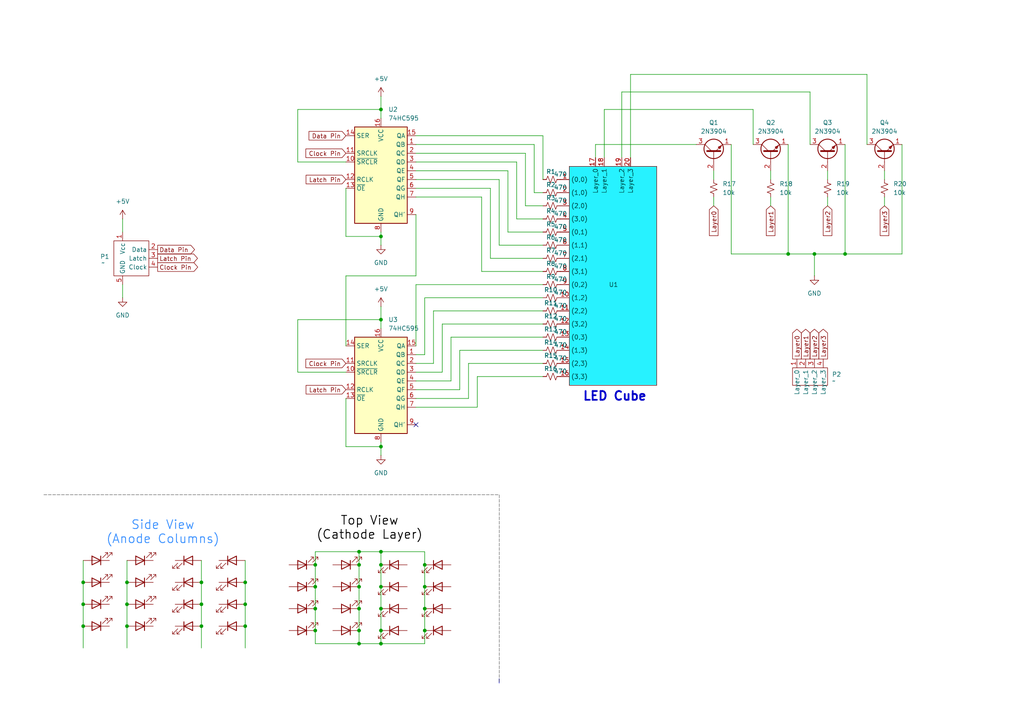
<source format=kicad_sch>
(kicad_sch (version 20250114) (generator "eeschema") (generator_version "9.0")
  (paper "A4")
  (lib_symbols
    (symbol "74xx:74HC595"
      (property "Reference" "U" (at -7.62 13.97 0))
      (property "Value" "74HC595" (at -7.62 -16.51 0))
      (symbol "74HC595_1_0"
        (pin input line (at -10.16 10.16 0) (length 2.54) (name "SER") (number "14"))
        (pin input line (at -10.16 5.08 0) (length 2.54) (name "SRCLK") (number "11"))
        (pin input line (at -10.16 2.54 0) (length 2.54) (name "~{SRCLR}") (number "10"))
        (pin input line (at -10.16 -2.54 0) (length 2.54) (name "RCLK") (number "12"))
        (pin input line (at -10.16 -5.08 0) (length 2.54) (name "~{OE}") (number "13"))
        (pin power_in line (at 0 15.24 270) (length 2.54) (name "VCC") (number "16"))
        (pin power_in line (at 0 -17.78 90) (length 2.54) (name "GND") (number "8"))
        (pin tri_state line (at 10.16 10.16 180) (length 2.54) (name "QA") (number "15"))
        (pin tri_state line (at 10.16 7.62 180) (length 2.54) (name "QB") (number "1"))
        (pin tri_state line (at 10.16 5.08 180) (length 2.54) (name "QC") (number "2"))
        (pin tri_state line (at 10.16 2.54 180) (length 2.54) (name "QD") (number "3"))
        (pin tri_state line (at 10.16 0 180) (length 2.54) (name "QE") (number "4"))
        (pin tri_state line (at 10.16 -2.54 180) (length 2.54) (name "QF") (number "5"))
        (pin tri_state line (at 10.16 -5.08 180) (length 2.54) (name "QG") (number "6"))
        (pin tri_state line (at 10.16 -7.62 180) (length 2.54) (name "QH") (number "7"))
        (pin output line (at 10.16 -12.7 180) (length 2.54) (name "QH'") (number "9"))
      )
      (symbol "74HC595_1_1"
        (rectangle (start -7.62 12.7) (end 7.62 -15.24) (stroke (width 0.254)) (fill (type background)))
      )
    )
    (symbol "Device:LED" (pin_numbers (hide yes)) (pin_names (offset 1.016) (hide yes))
      (property "Reference" "D" (at 0 2.54 0))
      (property "Value" "LED" (at 0 -2.54 0))
      (symbol "LED_0_1"
        (polyline (pts (xy -3.048 -0.762) (xy -4.572 -2.286) (xy -3.81 -2.286) (xy -4.572 -2.286) (xy -4.572 -1.524)))
        (polyline (pts (xy -1.778 -0.762) (xy -3.302 -2.286) (xy -2.54 -2.286) (xy -3.302 -2.286) (xy -3.302 -1.524)))
        (polyline (pts (xy -1.27 0) (xy 1.27 0)))
        (polyline (pts (xy -1.27 -1.27) (xy -1.27 1.27)) (stroke (width 0.254)))
        (polyline (pts (xy 1.27 -1.27) (xy 1.27 1.27) (xy -1.27 0) (xy 1.27 -1.27)) (stroke (width 0.254)))
      )
      (symbol "LED_1_1"
        (pin passive line (at -3.81 0 0) (length 2.54) (name "K") (number "1"))
        (pin passive line (at 3.81 0 180) (length 2.54) (name "A") (number "2"))
      )
    )
    (symbol "Device:R_Small_US" (pin_numbers (hide yes)) (pin_names (offset 0.254) (hide yes))
      (property "Reference" "R" (at 0.762 0.508 0))
      (property "Value" "R_Small_US" (at 0.762 -1.016 0))
      (symbol "R_Small_US_1_1"
        (polyline (pts (xy 0 1.524) (xy 1.016 1.143) (xy 0 0.762) (xy -1.016 0.381) (xy 0 0)))
        (polyline (pts (xy 0 0) (xy 1.016 -0.381) (xy 0 -0.762) (xy -1.016 -1.143) (xy 0 -1.524)))
        (pin passive line (at 0 2.54 270) (length 1.016) (name "~") (number "1"))
        (pin passive line (at 0 -2.54 90) (length 1.016) (name "~") (number "2"))
      )
    )
    (symbol "LED Cube:LED_Cube"
      (property "Reference" "U1" (at 1.524 0 0))
      (property "Value" "~" (at -13.97 1.27 0))
      (symbol "LED_Cube_1_1"
        (rectangle (start -12.7 34.29) (end 12.7 -29.21) (fill (type color) (color 39 242 255 1)))
        (pin input line (at -15.24 30.48 0) (length 2.54) (name "(0,0)") (number "1"))
        (pin input line (at -15.24 26.67 0) (length 2.54) (name "(1,0)") (number "2"))
        (pin input line (at -15.24 22.86 0) (length 2.54) (name "(2,0)") (number "3"))
        (pin input line (at -15.24 19.05 0) (length 2.54) (name "(3,0)") (number "4"))
        (pin input line (at -15.24 15.24 0) (length 2.54) (name "(0,1)") (number "5"))
        (pin input line (at -15.24 11.43 0) (length 2.54) (name "(1,1)") (number "6"))
        (pin input line (at -15.24 7.62 0) (length 2.54) (name "(2,1)") (number "7"))
        (pin input line (at -15.24 3.81 0) (length 2.54) (name "(3,1)") (number "8"))
        (pin input line (at -15.24 0 0) (length 2.54) (name "(0,2)") (number "9"))
        (pin input line (at -15.24 -3.81 0) (length 2.54) (name "(1,2)") (number "10"))
        (pin input line (at -15.24 -7.62 0) (length 2.54) (name "(2,2)") (number "11"))
        (pin input line (at -15.24 -11.43 0) (length 2.54) (name "(3,2)") (number "12"))
        (pin input line (at -15.24 -15.24 0) (length 2.54) (name "(0,3)") (number "13"))
        (pin input line (at -15.24 -19.05 0) (length 2.54) (name "(1,3)") (number "14"))
        (pin input line (at -15.24 -22.86 0) (length 2.54) (name "(2,3)") (number "15"))
        (pin input line (at -15.24 -26.67 0) (length 2.54) (name "(3,3)") (number "16"))
        (pin output line (at -5.08 36.83 270) (length 2.54) (name "Layer_0") (number "17"))
        (pin output line (at -2.54 36.83 270) (length 2.54) (name "Layer_1") (number "18"))
        (pin output line (at 2.54 36.83 270) (length 2.54) (name "Layer_2") (number "19"))
        (pin output line (at 5.08 36.83 270) (length 2.54) (name "Layer_3") (number "20"))
      )
    )
    (symbol "LED Cube:Layer_Pin_Connections"
      (property "Reference" "P" (at 0 0 0))
      (symbol "Layer_Pin_Connections_0_1"
        (rectangle (start -5.08 2.54) (end 5.08 -2.54))
      )
      (symbol "Layer_Pin_Connections_1_1"
        (pin output line (at -3.81 5.08 270) (length 2.54) (name "Layer_0") (number "1"))
        (pin output line (at -1.27 5.08 270) (length 2.54) (name "Layer_1") (number "2"))
        (pin output line (at 1.27 5.08 270) (length 2.54) (name "Layer_2") (number "3"))
        (pin output line (at 3.81 5.08 270) (length 2.54) (name "Layer_3") (number "4"))
      )
    )
    (symbol "LED Cube:Pin_Connections"
      (property "Reference" "P1" (at -6.35 0.508 0))
      (property "Value" "~" (at -7.62 -1.27 0))
      (symbol "Pin_Connections_0_1"
        (rectangle (start -5.08 5.08) (end 5.08 -5.08))
      )
      (symbol "Pin_Connections_1_1"
        (pin power_out line (at -2.54 7.62 270) (length 2.54) (name "Vcc") (number "1"))
        (pin power_out line (at -2.54 -7.62 90) (length 2.54) (name "GND") (number "5"))
        (pin input line (at 7.62 2.54 180) (length 2.54) (name "Data") (number "2"))
        (pin input line (at 7.62 0 180) (length 2.54) (name "Latch") (number "3"))
        (pin input line (at 7.62 -2.54 180) (length 2.54) (name "Clock") (number "4"))
      )
    )
    (symbol "Transistor_BJT:2N3904" (pin_names (offset 0) (hide yes))
      (property "Reference" "Q" (at 5.08 1.905 0))
      (property "Value" "2N3904" (at 5.08 0 0))
      (symbol "2N3904_0_1"
        (polyline (pts (xy -2.54 0) (xy 0.635 0)))
        (polyline (pts (xy 0.635 1.905) (xy 0.635 -1.905)) (stroke (width 0.508)))
        (circle (center 1.27 0) (radius 2.8194) (stroke (width 0.254)))
      )
      (symbol "2N3904_1_1"
        (polyline (pts (xy 0.635 0.635) (xy 2.54 2.54)))
        (polyline (pts (xy 0.635 -0.635) (xy 2.54 -2.54)))
        (polyline (pts (xy 1.27 -1.778) (xy 1.778 -1.27) (xy 2.286 -2.286) (xy 1.27 -1.778)) (fill (type outline)))
        (pin input line (at -5.08 0 0) (length 2.54) (name "B") (number "2"))
        (pin passive line (at 2.54 5.08 270) (length 2.54) (name "C") (number "3"))
        (pin passive line (at 2.54 -5.08 90) (length 2.54) (name "E") (number "1"))
      )
    )
    (symbol "power:+5V" (power) (pin_numbers (hide yes)) (pin_names (offset 0) (hide yes))
      (property "Value" "+5V" (at 0 3.556 0))
      (symbol "+5V_0_1"
        (polyline (pts (xy -0.762 1.27) (xy 0 2.54)))
        (polyline (pts (xy 0 2.54) (xy 0.762 1.27)))
        (polyline (pts (xy 0 0) (xy 0 2.54)))
      )
      (symbol "+5V_1_1"
        (pin power_in line (at 0 0 90) (length 0) (name "~") (number "1"))
      )
    )
    (symbol "power:GND" (power) (pin_numbers (hide yes)) (pin_names (offset 0) (hide yes))
      (property "Value" "GND" (at 0 -3.81 0))
      (symbol "GND_0_1"
        (polyline (pts (xy 0 0) (xy 0 -1.27) (xy 1.27 -1.27) (xy 0 -2.54) (xy -1.27 -1.27) (xy 0 -1.27)))
      )
      (symbol "GND_1_1"
        (pin power_in line (at 0 0 270) (length 0) (name "~") (number "1"))
      )
    )
  )
  (text "Top View\n(Cathode Layer)" (at 107.188 153.162 0) (effects (font (size 2.54 2.54) (thickness 0.254) (bold yes))))
  (text "Side View\n(Anode Columns)\n" (at 47.244 154.432 0) (effects (font (size 2.54 2.54) (thickness 0.254) (bold yes))))
  (text "LED Cube" (at 178.308 115.062 0) (effects (font (size 2.54 2.54) (thickness 0.508) (bold yes))))
  (junction (at 104.14 170.18))
  (junction (at 91.44 163.83))
  (junction (at 71.12 168.91))
  (junction (at 110.49 129.54))
  (junction (at 36.83 168.91))
  (junction (at 228.6 73.66))
  (junction (at 110.49 31.75))
  (junction (at 236.22 73.66))
  (junction (at 123.19 182.88))
  (junction (at 91.44 176.53))
  (junction (at 110.49 163.83))
  (junction (at 71.12 175.26))
  (junction (at 91.44 170.18))
  (junction (at 104.14 186.69))
  (junction (at 123.19 163.83))
  (junction (at 104.14 160.02))
  (junction (at 91.44 182.88))
  (junction (at 36.83 175.26))
  (junction (at 58.42 181.61))
  (junction (at 58.42 168.91))
  (junction (at 24.13 168.91))
  (junction (at 110.49 68.58))
  (junction (at 71.12 181.61))
  (junction (at 110.49 170.18))
  (junction (at 24.13 175.26))
  (junction (at 110.49 186.69))
  (junction (at 104.14 182.88))
  (junction (at 58.42 175.26))
  (junction (at 110.49 92.71))
  (junction (at 104.14 176.53))
  (junction (at 104.14 163.83))
  (junction (at 110.49 160.02))
  (junction (at 36.83 181.61))
  (junction (at 245.11 73.66))
  (junction (at 110.49 182.88))
  (junction (at 24.13 181.61))
  (junction (at 123.19 176.53))
  (junction (at 110.49 176.53))
  (junction (at 123.19 170.18))
  (no_connect (at 120.65 123.19))
  (wire (pts (xy 123.19 102.87) (xy 123.19 86.36)))
  (wire (pts (xy 120.65 100.33) (xy 120.65 82.55)))
  (wire (pts (xy 35.56 86.36) (xy 35.56 82.55)))
  (wire (pts (xy 104.14 170.18) (xy 104.14 176.53)))
  (wire (pts (xy 120.65 80.01) (xy 100.33 80.01)))
  (wire (pts (xy 123.19 86.36) (xy 157.48 86.36)))
  (wire (pts (xy 91.44 160.02) (xy 91.44 163.83)))
  (wire (pts (xy 110.49 182.88) (xy 110.49 176.53)))
  (wire (pts (xy 120.65 105.41) (xy 125.73 105.41)))
  (wire (pts (xy 142.24 54.61) (xy 142.24 74.93)))
  (wire (pts (xy 58.42 181.61) (xy 58.42 187.96)))
  (wire (pts (xy 91.44 163.83) (xy 91.44 170.18)))
  (wire (pts (xy 110.49 170.18) (xy 110.49 163.83)))
  (wire (pts (xy 138.43 118.11) (xy 138.43 109.22)))
  (wire (pts (xy 207.01 59.69) (xy 207.01 57.15)))
  (wire (pts (xy 256.54 52.07) (xy 256.54 49.53)))
  (wire (pts (xy 218.44 31.75) (xy 218.44 41.91)))
  (wire (pts (xy 120.65 49.53) (xy 147.32 49.53)))
  (wire (pts (xy 110.49 160.02) (xy 123.19 160.02)))
  (wire (pts (xy 120.65 62.23) (xy 120.65 80.01)))
  (wire (pts (xy 120.65 44.45) (xy 152.4 44.45)))
  (wire (pts (xy 120.65 115.57) (xy 135.89 115.57)))
  (wire (pts (xy 223.52 59.69) (xy 223.52 57.15)))
  (wire (pts (xy 86.36 31.75) (xy 110.49 31.75)))
  (wire (pts (xy 172.72 41.91) (xy 201.93 41.91)))
  (wire (pts (xy 212.09 41.91) (xy 212.09 73.66)))
  (wire (pts (xy 123.19 170.18) (xy 123.19 163.83)))
  (wire (pts (xy 120.65 102.87) (xy 123.19 102.87)))
  (wire (pts (xy 236.22 80.01) (xy 236.22 73.66)))
  (wire (pts (xy 245.11 73.66) (xy 236.22 73.66)))
  (wire (pts (xy 120.65 41.91) (xy 154.94 41.91)))
  (wire (pts (xy 142.24 74.93) (xy 157.48 74.93)))
  (wire (pts (xy 36.83 181.61) (xy 36.83 187.96)))
  (wire (pts (xy 251.46 21.59) (xy 251.46 41.91)))
  (wire (pts (xy 100.33 68.58) (xy 110.49 68.58)))
  (wire (pts (xy 245.11 41.91) (xy 245.11 73.66)))
  (wire (pts (xy 110.49 27.94) (xy 110.49 31.75)))
  (polyline (pts (xy 12.7 143.51) (xy 144.78 143.51)) (stroke (width 0.0762) (type dash) (color 0 0 0 1)))
  (wire (pts (xy 147.32 49.53) (xy 147.32 67.31)))
  (wire (pts (xy 86.36 107.95) (xy 86.36 92.71)))
  (wire (pts (xy 256.54 59.69) (xy 256.54 57.15)))
  (wire (pts (xy 104.14 160.02) (xy 110.49 160.02)))
  (wire (pts (xy 110.49 68.58) (xy 110.49 67.31)))
  (wire (pts (xy 149.86 46.99) (xy 149.86 63.5)))
  (wire (pts (xy 139.7 57.15) (xy 139.7 78.74)))
  (wire (pts (xy 125.73 90.17) (xy 157.48 90.17)))
  (wire (pts (xy 104.14 160.02) (xy 104.14 163.83)))
  (wire (pts (xy 71.12 181.61) (xy 71.12 175.26)))
  (wire (pts (xy 130.81 110.49) (xy 130.81 97.79)))
  (wire (pts (xy 104.14 182.88) (xy 104.14 186.69)))
  (wire (pts (xy 125.73 105.41) (xy 125.73 90.17)))
  (wire (pts (xy 240.03 59.69) (xy 240.03 57.15)))
  (wire (pts (xy 120.65 39.37) (xy 157.48 39.37)))
  (polyline (pts (xy 144.78 143.51) (xy 144.78 198.12)) (stroke (width 0.0762) (type dash) (color 0 0 0 1)))
  (wire (pts (xy 36.83 162.56) (xy 36.83 168.91)))
  (wire (pts (xy 175.26 45.72) (xy 175.26 31.75)))
  (wire (pts (xy 24.13 168.91) (xy 24.13 175.26)))
  (wire (pts (xy 24.13 175.26) (xy 24.13 181.61)))
  (wire (pts (xy 180.34 45.72) (xy 180.34 26.67)))
  (wire (pts (xy 240.03 52.07) (xy 240.03 49.53)))
  (wire (pts (xy 24.13 181.61) (xy 24.13 187.96)))
  (wire (pts (xy 147.32 67.31) (xy 157.48 67.31)))
  (wire (pts (xy 91.44 182.88) (xy 91.44 186.69)))
  (wire (pts (xy 144.78 52.07) (xy 144.78 71.12)))
  (wire (pts (xy 212.09 73.66) (xy 228.6 73.66)))
  (wire (pts (xy 110.49 186.69) (xy 123.19 186.69)))
  (wire (pts (xy 228.6 73.66) (xy 236.22 73.66)))
  (wire (pts (xy 123.19 163.83) (xy 123.19 160.02)))
  (wire (pts (xy 100.33 107.95) (xy 86.36 107.95)))
  (wire (pts (xy 135.89 115.57) (xy 135.89 105.41)))
  (wire (pts (xy 100.33 80.01) (xy 100.33 100.33)))
  (wire (pts (xy 100.33 46.99) (xy 86.36 46.99)))
  (wire (pts (xy 157.48 39.37) (xy 157.48 52.07)))
  (wire (pts (xy 128.27 107.95) (xy 128.27 93.98)))
  (wire (pts (xy 123.19 176.53) (xy 123.19 170.18)))
  (wire (pts (xy 123.19 186.69) (xy 123.19 182.88)))
  (wire (pts (xy 110.49 186.69) (xy 110.49 182.88)))
  (wire (pts (xy 120.65 82.55) (xy 157.48 82.55)))
  (wire (pts (xy 180.34 26.67) (xy 234.95 26.67)))
  (wire (pts (xy 104.14 176.53) (xy 104.14 182.88)))
  (wire (pts (xy 35.56 63.5) (xy 35.56 67.31)))
  (wire (pts (xy 172.72 45.72) (xy 172.72 41.91)))
  (wire (pts (xy 182.88 21.59) (xy 251.46 21.59)))
  (wire (pts (xy 139.7 78.74) (xy 157.48 78.74)))
  (wire (pts (xy 110.49 71.12) (xy 110.49 68.58)))
  (wire (pts (xy 100.33 54.61) (xy 100.33 68.58)))
  (wire (pts (xy 36.83 168.91) (xy 36.83 175.26)))
  (wire (pts (xy 91.44 176.53) (xy 91.44 182.88)))
  (wire (pts (xy 133.35 101.6) (xy 157.48 101.6)))
  (wire (pts (xy 223.52 52.07) (xy 223.52 49.53)))
  (wire (pts (xy 86.36 46.99) (xy 86.36 31.75)))
  (wire (pts (xy 86.36 92.71) (xy 110.49 92.71)))
  (wire (pts (xy 182.88 45.72) (xy 182.88 21.59)))
  (wire (pts (xy 175.26 31.75) (xy 218.44 31.75)))
  (wire (pts (xy 91.44 186.69) (xy 104.14 186.69)))
  (wire (pts (xy 110.49 92.71) (xy 110.49 95.25)))
  (wire (pts (xy 154.94 41.91) (xy 154.94 55.88)))
  (wire (pts (xy 120.65 52.07) (xy 144.78 52.07)))
  (wire (pts (xy 261.62 41.91) (xy 261.62 73.66)))
  (wire (pts (xy 128.27 93.98) (xy 157.48 93.98)))
  (wire (pts (xy 71.12 168.91) (xy 71.12 162.56)))
  (wire (pts (xy 135.89 105.41) (xy 157.48 105.41)))
  (wire (pts (xy 120.65 113.03) (xy 133.35 113.03)))
  (wire (pts (xy 100.33 129.54) (xy 110.49 129.54)))
  (wire (pts (xy 58.42 181.61) (xy 58.42 175.26)))
  (wire (pts (xy 120.65 57.15) (xy 139.7 57.15)))
  (wire (pts (xy 123.19 182.88) (xy 123.19 176.53)))
  (wire (pts (xy 110.49 31.75) (xy 110.49 34.29)))
  (wire (pts (xy 91.44 170.18) (xy 91.44 176.53)))
  (wire (pts (xy 234.95 26.67) (xy 234.95 41.91)))
  (wire (pts (xy 152.4 44.45) (xy 152.4 59.69)))
  (wire (pts (xy 120.65 107.95) (xy 128.27 107.95)))
  (wire (pts (xy 110.49 176.53) (xy 110.49 170.18)))
  (wire (pts (xy 36.83 175.26) (xy 36.83 181.61)))
  (wire (pts (xy 133.35 113.03) (xy 133.35 101.6)))
  (wire (pts (xy 71.12 181.61) (xy 71.12 187.96)))
  (wire (pts (xy 152.4 59.69) (xy 157.48 59.69)))
  (wire (pts (xy 110.49 163.83) (xy 110.49 160.02)))
  (wire (pts (xy 138.43 109.22) (xy 157.48 109.22)))
  (wire (pts (xy 228.6 41.91) (xy 228.6 73.66)))
  (wire (pts (xy 100.33 115.57) (xy 100.33 129.54)))
  (wire (pts (xy 104.14 186.69) (xy 110.49 186.69)))
  (polyline (pts (xy 144.78 196.85) (xy 144.78 198.12)))
  (wire (pts (xy 207.01 52.07) (xy 207.01 49.53)))
  (wire (pts (xy 120.65 54.61) (xy 142.24 54.61)))
  (wire (pts (xy 120.65 46.99) (xy 149.86 46.99)))
  (wire (pts (xy 110.49 132.08) (xy 110.49 129.54)))
  (wire (pts (xy 120.65 118.11) (xy 138.43 118.11)))
  (wire (pts (xy 104.14 163.83) (xy 104.14 170.18)))
  (wire (pts (xy 149.86 63.5) (xy 157.48 63.5)))
  (wire (pts (xy 71.12 175.26) (xy 71.12 168.91)))
  (wire (pts (xy 91.44 160.02) (xy 104.14 160.02)))
  (wire (pts (xy 110.49 129.54) (xy 110.49 128.27)))
  (wire (pts (xy 120.65 110.49) (xy 130.81 110.49)))
  (wire (pts (xy 144.78 71.12) (xy 157.48 71.12)))
  (wire (pts (xy 130.81 97.79) (xy 157.48 97.79)))
  (wire (pts (xy 154.94 55.88) (xy 157.48 55.88)))
  (wire (pts (xy 58.42 168.91) (xy 58.42 162.56)))
  (wire (pts (xy 24.13 162.56) (xy 24.13 168.91)))
  (wire (pts (xy 110.49 88.9) (xy 110.49 92.71)))
  (wire (pts (xy 261.62 73.66) (xy 245.11 73.66)))
  (wire (pts (xy 58.42 175.26) (xy 58.42 168.91)))
  (global_label "Clock Pin" (shape output) (at 45.72 77.47 0) (property "Intersheetrefs" "${INTERSHEET_REFS}" (effects (hide yes))))
  (global_label "Layer3" (shape input) (at 256.54 59.69 270) (property "Intersheetrefs" "${INTERSHEET_REFS}" (effects (hide yes))))
  (global_label "Data Pin" (shape output) (at 45.72 72.39 0) (property "Intersheetrefs" "${INTERSHEET_REFS}" (effects (hide yes))))
  (global_label "Clock Pin" (shape input) (at 100.33 105.41 180) (property "Intersheetrefs" "${INTERSHEET_REFS}" (effects (hide yes))))
  (global_label "Layer2" (shape input) (at 240.03 59.69 270) (property "Intersheetrefs" "${INTERSHEET_REFS}" (effects (hide yes))))
  (global_label "Layer2" (shape output) (at 236.22 104.14 90) (property "Intersheetrefs" "${INTERSHEET_REFS}" (effects (hide yes))))
  (global_label "Layer3" (shape output) (at 238.76 104.14 90) (property "Intersheetrefs" "${INTERSHEET_REFS}" (effects (hide yes))))
  (global_label "Layer1" (shape output) (at 233.68 104.14 90) (property "Intersheetrefs" "${INTERSHEET_REFS}" (effects (hide yes))))
  (global_label "Layer0" (shape input) (at 207.01 59.69 270) (property "Intersheetrefs" "${INTERSHEET_REFS}" (effects (hide yes))))
  (global_label "Data Pin" (shape input) (at 100.33 39.37 180) (property "Intersheetrefs" "${INTERSHEET_REFS}" (effects (hide yes))))
  (global_label "Layer1" (shape input) (at 223.52 59.69 270) (property "Intersheetrefs" "${INTERSHEET_REFS}" (effects (hide yes))))
  (global_label "Latch Pin" (shape input) (at 100.33 52.07 180) (property "Intersheetrefs" "${INTERSHEET_REFS}" (effects (hide yes))))
  (global_label "Latch Pin" (shape input) (at 100.33 113.03 180) (property "Intersheetrefs" "${INTERSHEET_REFS}" (effects (hide yes))))
  (global_label "Layer0" (shape output) (at 231.14 104.14 90) (property "Intersheetrefs" "${INTERSHEET_REFS}" (effects (hide yes))))
  (global_label "Clock Pin" (shape input) (at 100.33 44.45 180) (property "Intersheetrefs" "${INTERSHEET_REFS}" (effects (hide yes))))
  (global_label "Latch Pin" (shape output) (at 45.72 74.93 0) (property "Intersheetrefs" "${INTERSHEET_REFS}" (effects (hide yes))))
  (symbol (lib_id "Device:R_Small_US") (at 160.02 78.74 90) (unit 1)
    (property "Reference" "R8" (at 159.766 76.454 90))
    (property "Value" "470" (at 162.56 77.216 90))
    (property "Footprint" "Resistor_THT:R_Axial_DIN0207_L6.3mm_D2.5mm_P7.62mm_Horizontal" (effects (hide yes)))
    (property "Description" "Resistor, small US symbol" (effects (hide yes)))
  )
  (symbol (lib_id "Device:LED") (at 54.61 181.61 0) (unit 1)
    (property "Reference" "D13" (effects (hide yes)))
    (property "Value" "LED" (effects (hide yes)))
    (property "Description" "Light emitting diode" (effects (hide yes)))
    (property "Sim.Pins" "1=K 2=A" (effects (hide yes)))
  )
  (symbol (lib_id "Transistor_BJT:2N3904") (at 240.03 44.45 90) (unit 1)
    (property "Reference" "Q3" (at 240.03 35.56 90))
    (property "Value" "2N3904" (at 240.03 38.1 90))
    (property "Footprint" "Package_TO_SOT_THT:TO-92_Inline" (effects (hide yes)))
    (property "Datasheet" "https://www.onsemi.com/pub/Collateral/2N3903-D.PDF" (effects (hide yes)))
    (property "Description" "0.2A Ic, 40V Vce, Small Signal NPN Transistor, TO-92" (effects (hide yes)))
  )
  (symbol (lib_id "Device:R_Small_US") (at 160.02 52.07 90) (unit 1)
    (property "Reference" "R1" (at 159.766 49.784 90))
    (property "Value" "470" (at 162.56 50.546 90))
    (property "Footprint" "Resistor_THT:R_Axial_DIN0207_L6.3mm_D2.5mm_P7.62mm_Horizontal" (effects (hide yes)))
    (property "Description" "Resistor, small US symbol" (effects (hide yes)))
  )
  (symbol (lib_id "Device:LED") (at 114.3 176.53 0) (unit 1)
    (property "Reference" "D26" (effects (hide yes)))
    (property "Value" "LED" (effects (hide yes)))
    (property "Description" "Light emitting diode" (effects (hide yes)))
    (property "Sim.Pins" "1=K 2=A" (effects (hide yes)))
  )
  (symbol (lib_id "Device:LED") (at 27.94 162.56 180) (unit 1)
    (property "Reference" "D1" (effects (hide yes)))
    (property "Value" "LED" (effects (hide yes)))
    (property "Description" "Light emitting diode" (effects (hide yes)))
    (property "Sim.Pins" "1=K 2=A" (effects (hide yes)))
  )
  (symbol (lib_id "Device:LED") (at 87.63 170.18 180) (unit 1)
    (property "Reference" "D18" (effects (hide yes)))
    (property "Value" "LED" (effects (hide yes)))
    (property "Description" "Light emitting diode" (effects (hide yes)))
    (property "Sim.Pins" "1=K 2=A" (effects (hide yes)))
  )
  (symbol (lib_id "Device:LED") (at 67.31 175.26 0) (unit 1)
    (property "Reference" "D10" (effects (hide yes)))
    (property "Value" "LED" (effects (hide yes)))
    (property "Description" "Light emitting diode" (effects (hide yes)))
    (property "Sim.Pins" "1=K 2=A" (effects (hide yes)))
  )
  (symbol (lib_id "power:GND") (at 35.56 86.36 0) (unit 1)
    (property "Reference" "#PWR07" (effects (hide yes)))
    (property "Value" "GND" (at 35.56 91.44 0))
    (property "Description" "Power symbol creates a global label with name \"GND\" , ground" (effects (hide yes)))
  )
  (symbol (lib_id "Device:LED") (at 114.3 163.83 0) (unit 1)
    (property "Reference" "D28" (effects (hide yes)))
    (property "Value" "LED" (effects (hide yes)))
    (property "Description" "Light emitting diode" (effects (hide yes)))
    (property "Sim.Pins" "1=K 2=A" (effects (hide yes)))
  )
  (symbol (lib_id "Transistor_BJT:2N3904") (at 223.52 44.45 90) (unit 1)
    (property "Reference" "Q2" (at 223.52 35.56 90))
    (property "Value" "2N3904" (at 223.52 38.1 90))
    (property "Footprint" "Package_TO_SOT_THT:TO-92_Inline" (effects (hide yes)))
    (property "Datasheet" "https://www.onsemi.com/pub/Collateral/2N3903-D.PDF" (effects (hide yes)))
    (property "Description" "0.2A Ic, 40V Vce, Small Signal NPN Transistor, TO-92" (effects (hide yes)))
  )
  (symbol (lib_id "Device:R_Small_US") (at 160.02 97.79 90) (unit 1)
    (property "Reference" "R13" (at 159.766 95.504 90))
    (property "Value" "470" (at 162.56 96.266 90))
    (property "Footprint" "Resistor_THT:R_Axial_DIN0207_L6.3mm_D2.5mm_P7.62mm_Horizontal" (effects (hide yes)))
    (property "Description" "Resistor, small US symbol" (effects (hide yes)))
  )
  (symbol (lib_id "Device:R_Small_US") (at 160.02 93.98 90) (unit 1)
    (property "Reference" "R12" (at 159.766 91.694 90))
    (property "Value" "470" (at 162.56 92.456 90))
    (property "Footprint" "Resistor_THT:R_Axial_DIN0207_L6.3mm_D2.5mm_P7.62mm_Horizontal" (effects (hide yes)))
    (property "Description" "Resistor, small US symbol" (effects (hide yes)))
  )
  (symbol (lib_id "Transistor_BJT:2N3904") (at 256.54 44.45 90) (unit 1)
    (property "Reference" "Q4" (at 256.54 35.56 90))
    (property "Value" "2N3904" (at 256.54 38.1 90))
    (property "Footprint" "Package_TO_SOT_THT:TO-92_Inline" (effects (hide yes)))
    (property "Datasheet" "https://www.onsemi.com/pub/Collateral/2N3903-D.PDF" (effects (hide yes)))
    (property "Description" "0.2A Ic, 40V Vce, Small Signal NPN Transistor, TO-92" (effects (hide yes)))
  )
  (symbol (lib_id "Device:R_Small_US") (at 160.02 101.6 90) (unit 1)
    (property "Reference" "R14" (at 159.766 99.314 90))
    (property "Value" "470" (at 162.56 100.076 90))
    (property "Footprint" "Resistor_THT:R_Axial_DIN0207_L6.3mm_D2.5mm_P7.62mm_Horizontal" (effects (hide yes)))
    (property "Description" "Resistor, small US symbol" (effects (hide yes)))
  )
  (symbol (lib_id "power:+5V") (at 35.56 63.5 0) (unit 1)
    (property "Reference" "#PWR06" (effects (hide yes)))
    (property "Value" "+5V" (at 35.56 58.42 0))
    (property "Description" "Power symbol creates a global label with name \"+5V\"" (effects (hide yes)))
  )
  (symbol (lib_id "Device:R_Small_US") (at 160.02 109.22 90) (unit 1)
    (property "Reference" "R16" (at 159.766 106.934 90))
    (property "Value" "470" (at 162.56 107.696 90))
    (property "Footprint" "Resistor_THT:R_Axial_DIN0207_L6.3mm_D2.5mm_P7.62mm_Horizontal" (effects (hide yes)))
    (property "Description" "Resistor, small US symbol" (effects (hide yes)))
  )
  (symbol (lib_id "Device:R_Small_US") (at 160.02 55.88 90) (unit 1)
    (property "Reference" "R2" (at 159.766 53.594 90))
    (property "Value" "470" (at 162.56 54.356 90))
    (property "Footprint" "Resistor_THT:R_Axial_DIN0207_L6.3mm_D2.5mm_P7.62mm_Horizontal" (effects (hide yes)))
    (property "Description" "Resistor, small US symbol" (effects (hide yes)))
  )
  (symbol (lib_id "Device:R_Small_US") (at 160.02 105.41 90) (unit 1)
    (property "Reference" "R15" (at 159.766 103.124 90))
    (property "Value" "470" (at 162.56 103.886 90))
    (property "Footprint" "Resistor_THT:R_Axial_DIN0207_L6.3mm_D2.5mm_P7.62mm_Horizontal" (effects (hide yes)))
    (property "Description" "Resistor, small US symbol" (effects (hide yes)))
  )
  (symbol (lib_id "Device:LED") (at 27.94 181.61 180) (unit 1)
    (property "Reference" "D4" (effects (hide yes)))
    (property "Value" "LED" (effects (hide yes)))
    (property "Description" "Light emitting diode" (effects (hide yes)))
    (property "Sim.Pins" "1=K 2=A" (effects (hide yes)))
  )
  (symbol (lib_id "Transistor_BJT:2N3904") (at 207.01 44.45 90) (unit 1)
    (property "Reference" "Q1" (at 207.01 35.56 90))
    (property "Value" "2N3904" (at 207.01 38.1 90))
    (property "Footprint" "Package_TO_SOT_THT:TO-92_Inline" (effects (hide yes)))
    (property "Datasheet" "https://www.onsemi.com/pub/Collateral/2N3903-D.PDF" (effects (hide yes)))
    (property "Description" "0.2A Ic, 40V Vce, Small Signal NPN Transistor, TO-92" (effects (hide yes)))
  )
  (symbol (lib_id "Device:LED") (at 40.64 181.61 180) (unit 1)
    (property "Reference" "D8" (effects (hide yes)))
    (property "Value" "LED" (effects (hide yes)))
    (property "Description" "Light emitting diode" (effects (hide yes)))
    (property "Sim.Pins" "1=K 2=A" (effects (hide yes)))
  )
  (symbol (lib_id "Device:LED") (at 87.63 176.53 180) (unit 1)
    (property "Reference" "D19" (effects (hide yes)))
    (property "Value" "LED" (effects (hide yes)))
    (property "Description" "Light emitting diode" (effects (hide yes)))
    (property "Sim.Pins" "1=K 2=A" (effects (hide yes)))
  )
  (symbol (lib_id "Device:LED") (at 87.63 182.88 180) (unit 1)
    (property "Reference" "D20" (effects (hide yes)))
    (property "Value" "LED" (effects (hide yes)))
    (property "Description" "Light emitting diode" (effects (hide yes)))
    (property "Sim.Pins" "1=K 2=A" (effects (hide yes)))
  )
  (symbol (lib_id "Device:LED") (at 67.31 181.61 0) (unit 1)
    (property "Reference" "D9" (effects (hide yes)))
    (property "Value" "LED" (effects (hide yes)))
    (property "Description" "Light emitting diode" (effects (hide yes)))
    (property "Sim.Pins" "1=K 2=A" (effects (hide yes)))
  )
  (symbol (lib_id "power:GND") (at 236.22 80.01 0) (unit 1)
    (property "Reference" "#PWR01" (effects (hide yes)))
    (property "Value" "GND" (at 236.22 85.09 0))
    (property "Description" "Power symbol creates a global label with name \"GND\" , ground" (effects (hide yes)))
  )
  (symbol (lib_id "Device:R_Small_US") (at 160.02 74.93 90) (unit 1)
    (property "Reference" "R7" (at 159.766 72.644 90))
    (property "Value" "470" (at 162.56 73.406 90))
    (property "Footprint" "Resistor_THT:R_Axial_DIN0207_L6.3mm_D2.5mm_P7.62mm_Horizontal" (effects (hide yes)))
    (property "Description" "Resistor, small US symbol" (effects (hide yes)))
  )
  (symbol (lib_id "Device:R_Small_US") (at 256.54 54.61 0) (unit 1)
    (property "Reference" "R20" (at 259.08 53.3399 0) (effects (justify left)))
    (property "Value" "10k" (at 259.08 55.8799 0) (effects (justify left)))
    (property "Footprint" "Resistor_THT:R_Axial_DIN0207_L6.3mm_D2.5mm_P7.62mm_Horizontal" (effects (hide yes)))
    (property "Description" "Resistor, small US symbol" (effects (hide yes)))
  )
  (symbol (lib_id "Device:R_Small_US") (at 160.02 67.31 90) (unit 1)
    (property "Reference" "R5" (at 159.766 65.024 90))
    (property "Value" "470" (at 162.56 65.786 90))
    (property "Footprint" "Resistor_THT:R_Axial_DIN0207_L6.3mm_D2.5mm_P7.62mm_Horizontal" (effects (hide yes)))
    (property "Description" "Resistor, small US symbol" (effects (hide yes)))
  )
  (symbol (lib_id "Device:LED") (at 40.64 162.56 180) (unit 1)
    (property "Reference" "D5" (effects (hide yes)))
    (property "Value" "LED" (effects (hide yes)))
    (property "Description" "Light emitting diode" (effects (hide yes)))
    (property "Sim.Pins" "1=K 2=A" (effects (hide yes)))
  )
  (symbol (lib_id "LED Cube:Pin_Connections") (at 38.1 74.93 0) (unit 1)
    (property "Reference" "P1" (at 31.75 74.422 0) (effects (justify right)))
    (property "Value" "~" (at 30.48 76.2 0) (effects (justify right)))
    (property "Footprint" "LED_Cube:Input_Pin_Connections" (effects (hide yes)))
  )
  (symbol (lib_id "Device:LED") (at 100.33 163.83 180) (unit 1)
    (property "Reference" "D21" (effects (hide yes)))
    (property "Value" "LED" (effects (hide yes)))
    (property "Description" "Light emitting diode" (effects (hide yes)))
    (property "Sim.Pins" "1=K 2=A" (effects (hide yes)))
  )
  (symbol (lib_id "Device:LED") (at 27.94 175.26 180) (unit 1)
    (property "Reference" "D3" (effects (hide yes)))
    (property "Value" "LED" (effects (hide yes)))
    (property "Description" "Light emitting diode" (effects (hide yes)))
    (property "Sim.Pins" "1=K 2=A" (effects (hide yes)))
  )
  (symbol (lib_id "Device:LED") (at 100.33 182.88 180) (unit 1)
    (property "Reference" "D24" (effects (hide yes)))
    (property "Value" "LED" (effects (hide yes)))
    (property "Description" "Light emitting diode" (effects (hide yes)))
    (property "Sim.Pins" "1=K 2=A" (effects (hide yes)))
  )
  (symbol (lib_id "74xx:74HC595") (at 110.49 110.49 0) (unit 1)
    (property "Reference" "U3" (at 112.6333 92.71 0) (effects (justify left)))
    (property "Value" "74HC595" (at 112.6333 95.25 0) (effects (justify left)))
    (property "Footprint" "ICs:74HC595 Shift Register" (effects (hide yes)))
    (property "Datasheet" "http://www.ti.com/lit/ds/symlink/sn74hc595.pdf" (effects (hide yes)))
    (property "Description" "8-bit serial in/out Shift Register 3-State Outputs" (effects (hide yes)))
  )
  (symbol (lib_id "Device:R_Small_US") (at 160.02 82.55 90) (unit 1)
    (property "Reference" "R9" (at 159.766 80.264 90))
    (property "Value" "470" (at 162.56 81.026 90))
    (property "Footprint" "Resistor_THT:R_Axial_DIN0207_L6.3mm_D2.5mm_P7.62mm_Horizontal" (effects (hide yes)))
    (property "Description" "Resistor, small US symbol" (effects (hide yes)))
  )
  (symbol (lib_id "Device:LED") (at 127 170.18 0) (unit 1)
    (property "Reference" "D30" (effects (hide yes)))
    (property "Value" "LED" (effects (hide yes)))
    (property "Description" "Light emitting diode" (effects (hide yes)))
    (property "Sim.Pins" "1=K 2=A" (effects (hide yes)))
  )
  (symbol (lib_id "Device:R_Small_US") (at 207.01 54.61 0) (unit 1)
    (property "Reference" "R17" (at 209.55 53.3399 0) (effects (justify left)))
    (property "Value" "10k" (at 209.55 55.8799 0) (effects (justify left)))
    (property "Footprint" "Resistor_THT:R_Axial_DIN0207_L6.3mm_D2.5mm_P7.62mm_Horizontal" (effects (hide yes)))
    (property "Description" "Resistor, small US symbol" (effects (hide yes)))
  )
  (symbol (lib_id "Device:R_Small_US") (at 160.02 90.17 90) (unit 1)
    (property "Reference" "R11" (at 159.766 87.884 90))
    (property "Value" "470" (at 162.56 88.646 90))
    (property "Footprint" "Resistor_THT:R_Axial_DIN0207_L6.3mm_D2.5mm_P7.62mm_Horizontal" (effects (hide yes)))
    (property "Description" "Resistor, small US symbol" (effects (hide yes)))
  )
  (symbol (lib_id "power:GND") (at 110.49 71.12 0) (unit 1)
    (property "Reference" "#PWR02" (effects (hide yes)))
    (property "Value" "GND" (at 110.49 76.2 0))
    (property "Description" "Power symbol creates a global label with name \"GND\" , ground" (effects (hide yes)))
  )
  (symbol (lib_id "Device:LED") (at 67.31 168.91 0) (unit 1)
    (property "Reference" "D11" (effects (hide yes)))
    (property "Value" "LED" (effects (hide yes)))
    (property "Description" "Light emitting diode" (effects (hide yes)))
    (property "Sim.Pins" "1=K 2=A" (effects (hide yes)))
  )
  (symbol (lib_id "Device:R_Small_US") (at 160.02 59.69 90) (unit 1)
    (property "Reference" "R3" (at 159.766 57.404 90))
    (property "Value" "470" (at 162.56 58.166 90))
    (property "Footprint" "Resistor_THT:R_Axial_DIN0207_L6.3mm_D2.5mm_P7.62mm_Horizontal" (effects (hide yes)))
    (property "Description" "Resistor, small US symbol" (effects (hide yes)))
  )
  (symbol (lib_id "Device:LED") (at 54.61 175.26 0) (unit 1)
    (property "Reference" "D14" (effects (hide yes)))
    (property "Value" "LED" (effects (hide yes)))
    (property "Description" "Light emitting diode" (effects (hide yes)))
    (property "Sim.Pins" "1=K 2=A" (effects (hide yes)))
  )
  (symbol (lib_id "Device:LED") (at 40.64 168.91 180) (unit 1)
    (property "Reference" "D6" (effects (hide yes)))
    (property "Value" "LED" (effects (hide yes)))
    (property "Description" "Light emitting diode" (effects (hide yes)))
    (property "Sim.Pins" "1=K 2=A" (effects (hide yes)))
  )
  (symbol (lib_id "power:GND") (at 110.49 132.08 0) (unit 1)
    (property "Reference" "#PWR03" (effects (hide yes)))
    (property "Value" "GND" (at 110.49 137.16 0))
    (property "Description" "Power symbol creates a global label with name \"GND\" , ground" (effects (hide yes)))
  )
  (symbol (lib_id "Device:R_Small_US") (at 160.02 63.5 90) (unit 1)
    (property "Reference" "R4" (at 159.766 61.214 90))
    (property "Value" "470" (at 162.56 61.976 90))
    (property "Footprint" "Resistor_THT:R_Axial_DIN0207_L6.3mm_D2.5mm_P7.62mm_Horizontal" (effects (hide yes)))
    (property "Description" "Resistor, small US symbol" (effects (hide yes)))
  )
  (symbol (lib_id "LED Cube:Layer_Pin_Connections") (at 234.95 109.22 0) (unit 1)
    (property "Reference" "P2" (at 241.3 108.5849 0) (effects (justify left)))
    (property "Value" "~" (at 241.3 110.49 0) (effects (justify left)))
    (property "Footprint" "LED_Cube:Layer_Pin_Connections" (effects (hide yes)))
  )
  (symbol (lib_id "Device:R_Small_US") (at 160.02 86.36 90) (unit 1)
    (property "Reference" "R10" (at 159.766 84.074 90))
    (property "Value" "470" (at 162.56 84.836 90))
    (property "Footprint" "Resistor_THT:R_Axial_DIN0207_L6.3mm_D2.5mm_P7.62mm_Horizontal" (effects (hide yes)))
    (property "Description" "Resistor, small US symbol" (effects (hide yes)))
  )
  (symbol (lib_id "Device:LED") (at 54.61 168.91 0) (unit 1)
    (property "Reference" "D15" (effects (hide yes)))
    (property "Value" "LED" (effects (hide yes)))
    (property "Description" "Light emitting diode" (effects (hide yes)))
    (property "Sim.Pins" "1=K 2=A" (effects (hide yes)))
  )
  (symbol (lib_id "Device:R_Small_US") (at 160.02 71.12 90) (unit 1)
    (property "Reference" "R6" (at 159.766 68.834 90))
    (property "Value" "470" (at 162.56 69.596 90))
    (property "Footprint" "Resistor_THT:R_Axial_DIN0207_L6.3mm_D2.5mm_P7.62mm_Horizontal" (effects (hide yes)))
    (property "Description" "Resistor, small US symbol" (effects (hide yes)))
  )
  (symbol (lib_id "Device:LED") (at 67.31 162.56 0) (unit 1)
    (property "Reference" "D12" (effects (hide yes)))
    (property "Value" "LED" (effects (hide yes)))
    (property "Description" "Light emitting diode" (effects (hide yes)))
    (property "Sim.Pins" "1=K 2=A" (effects (hide yes)))
  )
  (symbol (lib_id "Device:LED") (at 114.3 182.88 0) (unit 1)
    (property "Reference" "D25" (effects (hide yes)))
    (property "Value" "LED" (effects (hide yes)))
    (property "Description" "Light emitting diode" (effects (hide yes)))
    (property "Sim.Pins" "1=K 2=A" (effects (hide yes)))
  )
  (symbol (lib_id "power:+5V") (at 110.49 27.94 0) (unit 1)
    (property "Reference" "#PWR04" (effects (hide yes)))
    (property "Value" "+5V" (at 110.49 22.86 0))
    (property "Description" "Power symbol creates a global label with name \"+5V\"" (effects (hide yes)))
  )
  (symbol (lib_id "Device:LED") (at 40.64 175.26 180) (unit 1)
    (property "Reference" "D7" (effects (hide yes)))
    (property "Value" "LED" (effects (hide yes)))
    (property "Description" "Light emitting diode" (effects (hide yes)))
    (property "Sim.Pins" "1=K 2=A" (effects (hide yes)))
  )
  (symbol (lib_id "Device:LED") (at 114.3 170.18 0) (unit 1)
    (property "Reference" "D27" (effects (hide yes)))
    (property "Value" "LED" (effects (hide yes)))
    (property "Description" "Light emitting diode" (effects (hide yes)))
    (property "Sim.Pins" "1=K 2=A" (effects (hide yes)))
  )
  (symbol (lib_id "Device:LED") (at 27.94 168.91 180) (unit 1)
    (property "Reference" "D2" (effects (hide yes)))
    (property "Value" "LED" (effects (hide yes)))
    (property "Description" "Light emitting diode" (effects (hide yes)))
    (property "Sim.Pins" "1=K 2=A" (effects (hide yes)))
  )
  (symbol (lib_id "LED Cube:LED_Cube") (at 177.8 82.55 0) (unit 1)
    (property "Reference" "U1" (at 179.324 82.55 0) (effects (justify right)))
    (property "Value" "~" (at 163.83 81.28 0) (effects (justify right)))
    (property "Footprint" "LED_Cube:LED_Cube" (effects (hide yes)))
  )
  (symbol (lib_id "Device:LED") (at 100.33 176.53 180) (unit 1)
    (property "Reference" "D23" (effects (hide yes)))
    (property "Value" "LED" (effects (hide yes)))
    (property "Description" "Light emitting diode" (effects (hide yes)))
    (property "Sim.Pins" "1=K 2=A" (effects (hide yes)))
  )
  (symbol (lib_id "74xx:74HC595") (at 110.49 49.53 0) (unit 1)
    (property "Reference" "U2" (at 112.6333 31.75 0) (effects (justify left)))
    (property "Value" "74HC595" (at 112.6333 34.29 0) (effects (justify left)))
    (property "Footprint" "ICs:74HC595 Shift Register" (effects (hide yes)))
    (property "Datasheet" "http://www.ti.com/lit/ds/symlink/sn74hc595.pdf" (effects (hide yes)))
    (property "Description" "8-bit serial in/out Shift Register 3-State Outputs" (effects (hide yes)))
  )
  (symbol (lib_id "Device:R_Small_US") (at 240.03 54.61 0) (unit 1)
    (property "Reference" "R19" (at 242.57 53.3399 0) (effects (justify left)))
    (property "Value" "10k" (at 242.57 55.8799 0) (effects (justify left)))
    (property "Footprint" "Resistor_THT:R_Axial_DIN0207_L6.3mm_D2.5mm_P7.62mm_Horizontal" (effects (hide yes)))
    (property "Description" "Resistor, small US symbol" (effects (hide yes)))
  )
  (symbol (lib_id "Device:LED") (at 54.61 162.56 0) (unit 1)
    (property "Reference" "D16" (effects (hide yes)))
    (property "Value" "LED" (effects (hide yes)))
    (property "Description" "Light emitting diode" (effects (hide yes)))
    (property "Sim.Pins" "1=K 2=A" (effects (hide yes)))
  )
  (symbol (lib_id "Device:R_Small_US") (at 223.52 54.61 0) (unit 1)
    (property "Reference" "R18" (at 226.06 53.3399 0) (effects (justify left)))
    (property "Value" "10k" (at 226.06 55.8799 0) (effects (justify left)))
    (property "Footprint" "Resistor_THT:R_Axial_DIN0207_L6.3mm_D2.5mm_P7.62mm_Horizontal" (effects (hide yes)))
    (property "Description" "Resistor, small US symbol" (effects (hide yes)))
  )
  (symbol (lib_id "power:+5V") (at 110.49 88.9 0) (unit 1)
    (property "Reference" "#PWR05" (effects (hide yes)))
    (property "Value" "+5V" (at 110.49 83.82 0))
    (property "Description" "Power symbol creates a global label with name \"+5V\"" (effects (hide yes)))
  )
  (symbol (lib_id "Device:LED") (at 127 182.88 0) (unit 1)
    (property "Reference" "D32" (effects (hide yes)))
    (property "Value" "LED" (effects (hide yes)))
    (property "Description" "Light emitting diode" (effects (hide yes)))
    (property "Sim.Pins" "1=K 2=A" (effects (hide yes)))
  )
  (symbol (lib_id "Device:LED") (at 87.63 163.83 180) (unit 1)
    (property "Reference" "D17" (effects (hide yes)))
    (property "Value" "LED" (effects (hide yes)))
    (property "Description" "Light emitting diode" (effects (hide yes)))
    (property "Sim.Pins" "1=K 2=A" (effects (hide yes)))
  )
  (symbol (lib_id "Device:LED") (at 100.33 170.18 180) (unit 1)
    (property "Reference" "D22" (effects (hide yes)))
    (property "Value" "LED" (effects (hide yes)))
    (property "Description" "Light emitting diode" (effects (hide yes)))
    (property "Sim.Pins" "1=K 2=A" (effects (hide yes)))
  )
  (symbol (lib_id "Device:LED") (at 127 163.83 0) (unit 1)
    (property "Reference" "D29" (effects (hide yes)))
    (property "Value" "LED" (effects (hide yes)))
    (property "Description" "Light emitting diode" (effects (hide yes)))
    (property "Sim.Pins" "1=K 2=A" (effects (hide yes)))
  )
  (symbol (lib_id "Device:LED") (at 127 176.53 0) (unit 1)
    (property "Reference" "D31" (effects (hide yes)))
    (property "Value" "LED" (effects (hide yes)))
    (property "Description" "Light emitting diode" (effects (hide yes)))
    (property "Sim.Pins" "1=K 2=A" (effects (hide yes)))
  )
)
</source>
